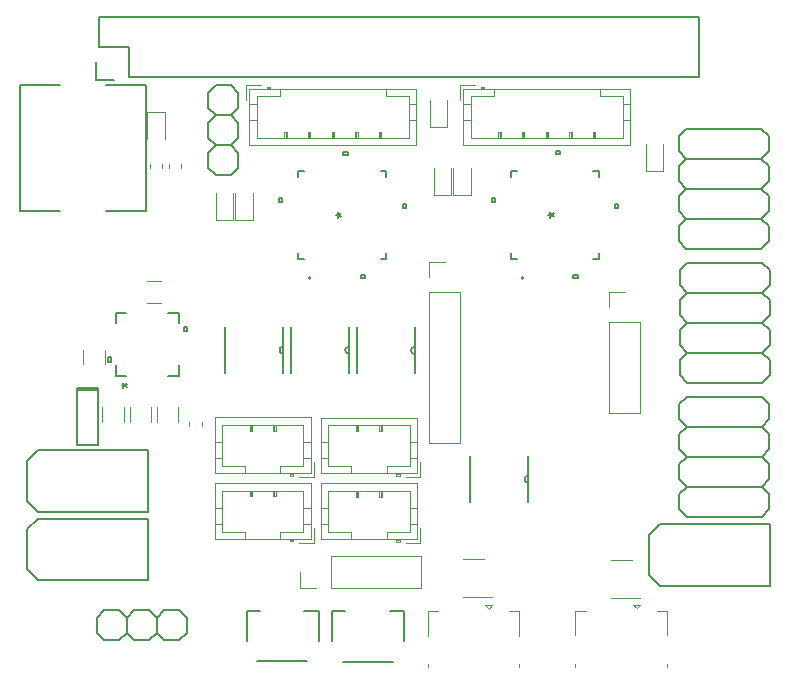
<source format=gbr>
G04 #@! TF.GenerationSoftware,KiCad,Pcbnew,5.1.6-c6e7f7d~87~ubuntu19.10.1*
G04 #@! TF.CreationDate,2021-03-31T16:12:46-04:00*
G04 #@! TF.ProjectId,helios,68656c69-6f73-42e6-9b69-6361645f7063,v1.0*
G04 #@! TF.SameCoordinates,Original*
G04 #@! TF.FileFunction,Legend,Top*
G04 #@! TF.FilePolarity,Positive*
%FSLAX46Y46*%
G04 Gerber Fmt 4.6, Leading zero omitted, Abs format (unit mm)*
G04 Created by KiCad (PCBNEW 5.1.6-c6e7f7d~87~ubuntu19.10.1) date 2021-03-31 16:12:46*
%MOMM*%
%LPD*%
G01*
G04 APERTURE LIST*
%ADD10C,0.120000*%
%ADD11C,0.127000*%
%ADD12C,0.152400*%
%ADD13C,0.150000*%
%ADD14C,0.203200*%
G04 APERTURE END LIST*
D10*
G04 #@! TO.C,U10*
X165580000Y-99340000D02*
X165580000Y-98010000D01*
X165580000Y-100610000D02*
X165580000Y-108290000D01*
X165580000Y-98010000D02*
X166910000Y-98010000D01*
X165580000Y-108290000D02*
X168240000Y-108290000D01*
X168240000Y-100610000D02*
X168240000Y-108290000D01*
X165580000Y-100610000D02*
X168240000Y-100610000D01*
X153000000Y-98070000D02*
X153000000Y-110830000D01*
X150340000Y-96800000D02*
X150340000Y-95470000D01*
X150340000Y-110830000D02*
X153000000Y-110830000D01*
X150340000Y-98070000D02*
X150340000Y-110830000D01*
X150340000Y-95470000D02*
X151670000Y-95470000D01*
X150340000Y-98070000D02*
X153000000Y-98070000D01*
D11*
G04 #@! TO.C,D7*
X122350000Y-106350000D02*
X120550000Y-106350000D01*
X120550000Y-106150000D02*
X122350000Y-106150000D01*
X120550000Y-106350000D02*
X120550000Y-106150000D01*
X120550000Y-110950000D02*
X120550000Y-106350000D01*
X122350000Y-110950000D02*
X120550000Y-110950000D01*
X122350000Y-106350000D02*
X122350000Y-110950000D01*
X122350000Y-106150000D02*
X122350000Y-106350000D01*
D12*
G04 #@! TO.C,U3*
X149134400Y-102669200D02*
X149134400Y-101018200D01*
X149134400Y-103278800D02*
X149134400Y-102669200D01*
X149134400Y-104929800D02*
X149134400Y-103278800D01*
X144257600Y-101018200D02*
X144257600Y-104929800D01*
X149134400Y-102669200D02*
G75*
G03*
X149134400Y-103278800I0J-304800D01*
G01*
G04 #@! TO.C,U5*
X158738400Y-113585200D02*
X158738400Y-111934200D01*
X158738400Y-114194800D02*
X158738400Y-113585200D01*
X158738400Y-115845800D02*
X158738400Y-114194800D01*
X153861600Y-111934200D02*
X153861600Y-115845800D01*
X158738400Y-113585200D02*
G75*
G03*
X158738400Y-114194800I0J-304800D01*
G01*
G04 #@! TO.C,U2*
X133117600Y-101008200D02*
X133117600Y-104919800D01*
X137994400Y-104919800D02*
X137994400Y-103268800D01*
X137994400Y-103268800D02*
X137994400Y-102659200D01*
X137994400Y-102659200D02*
X137994400Y-101008200D01*
X137994400Y-102659200D02*
G75*
G03*
X137994400Y-103268800I0J-304800D01*
G01*
G04 #@! TO.C,U4*
X138677600Y-101008200D02*
X138677600Y-104919800D01*
X143554400Y-104919800D02*
X143554400Y-103268800D01*
X143554400Y-103268800D02*
X143554400Y-102659200D01*
X143554400Y-102659200D02*
X143554400Y-101008200D01*
X143554400Y-102659200D02*
G75*
G03*
X143554400Y-103268800I0J-304800D01*
G01*
D11*
G04 #@! TO.C,1111*
X116350000Y-112350000D02*
X116350000Y-115750000D01*
X117250000Y-116650000D02*
X116350000Y-115750000D01*
X117250000Y-111450000D02*
X116350000Y-112350000D01*
X126550000Y-116650000D02*
X117250000Y-116650000D01*
X126550000Y-111450000D02*
X126550000Y-116650000D01*
X117250000Y-111450000D02*
X126550000Y-111450000D01*
D10*
G04 #@! TO.C,C25*
X127750000Y-87169721D02*
X127750000Y-87495279D01*
X126730000Y-87169721D02*
X126730000Y-87495279D01*
G04 #@! TO.C,C26*
X128340000Y-87167221D02*
X128340000Y-87492779D01*
X129360000Y-87167221D02*
X129360000Y-87492779D01*
G04 #@! TO.C,D1*
X133945000Y-89630000D02*
X133945000Y-91915000D01*
X133945000Y-91915000D02*
X135415000Y-91915000D01*
X135415000Y-91915000D02*
X135415000Y-89630000D01*
G04 #@! TO.C,D2*
X132295000Y-89627500D02*
X132295000Y-91912500D01*
X132295000Y-91912500D02*
X133765000Y-91912500D01*
X133765000Y-91912500D02*
X133765000Y-89627500D01*
G04 #@! TO.C,D3*
X151890001Y-84079999D02*
X151890001Y-81794999D01*
X150420001Y-84079999D02*
X151890001Y-84079999D01*
X150420001Y-81794999D02*
X150420001Y-84079999D01*
G04 #@! TO.C,D4*
X153865000Y-89835000D02*
X153865000Y-87550000D01*
X152395000Y-89835000D02*
X153865000Y-89835000D01*
X152395000Y-87550000D02*
X152395000Y-89835000D01*
G04 #@! TO.C,D5*
X152225000Y-89822500D02*
X152225000Y-87537500D01*
X150755000Y-89822500D02*
X152225000Y-89822500D01*
X150755000Y-87537500D02*
X150755000Y-89822500D01*
G04 #@! TO.C,D6*
X168700001Y-85514999D02*
X168700001Y-87799999D01*
X168700001Y-87799999D02*
X170170001Y-87799999D01*
X170170001Y-87799999D02*
X170170001Y-85514999D01*
G04 #@! TO.C,D8*
X127985000Y-85060000D02*
X127985000Y-82775000D01*
X127985000Y-82775000D02*
X126515000Y-82775000D01*
X126515000Y-82775000D02*
X126515000Y-85060000D01*
G04 #@! TO.C,F1*
X130070000Y-109362779D02*
X130070000Y-109037221D01*
X131090000Y-109362779D02*
X131090000Y-109037221D01*
G04 #@! TO.C,J5*
X135150000Y-80840000D02*
X135150000Y-85560000D01*
X135150000Y-85560000D02*
X149270000Y-85560000D01*
X149270000Y-85560000D02*
X149270000Y-80840000D01*
X149270000Y-80840000D02*
X135150000Y-80840000D01*
X136910000Y-80840000D02*
X136910000Y-80640000D01*
X136910000Y-80640000D02*
X136610000Y-80640000D01*
X136610000Y-80640000D02*
X136610000Y-80840000D01*
X136910000Y-80740000D02*
X136610000Y-80740000D01*
X137710000Y-80840000D02*
X137710000Y-81450000D01*
X137710000Y-81450000D02*
X135760000Y-81450000D01*
X135760000Y-81450000D02*
X135760000Y-84950000D01*
X135760000Y-84950000D02*
X148660000Y-84950000D01*
X148660000Y-84950000D02*
X148660000Y-81450000D01*
X148660000Y-81450000D02*
X146710000Y-81450000D01*
X146710000Y-81450000D02*
X146710000Y-80840000D01*
X135150000Y-82150000D02*
X135760000Y-82150000D01*
X135150000Y-83450000D02*
X135760000Y-83450000D01*
X149270000Y-82150000D02*
X148660000Y-82150000D01*
X149270000Y-83450000D02*
X148660000Y-83450000D01*
X138110000Y-84950000D02*
X138110000Y-84450000D01*
X138110000Y-84450000D02*
X138310000Y-84450000D01*
X138310000Y-84450000D02*
X138310000Y-84950000D01*
X138210000Y-84950000D02*
X138210000Y-84450000D01*
X140110000Y-84950000D02*
X140110000Y-84450000D01*
X140110000Y-84450000D02*
X140310000Y-84450000D01*
X140310000Y-84450000D02*
X140310000Y-84950000D01*
X140210000Y-84950000D02*
X140210000Y-84450000D01*
X142110000Y-84950000D02*
X142110000Y-84450000D01*
X142110000Y-84450000D02*
X142310000Y-84450000D01*
X142310000Y-84450000D02*
X142310000Y-84950000D01*
X142210000Y-84950000D02*
X142210000Y-84450000D01*
X144110000Y-84950000D02*
X144110000Y-84450000D01*
X144110000Y-84450000D02*
X144310000Y-84450000D01*
X144310000Y-84450000D02*
X144310000Y-84950000D01*
X144210000Y-84950000D02*
X144210000Y-84450000D01*
X146110000Y-84950000D02*
X146110000Y-84450000D01*
X146110000Y-84450000D02*
X146310000Y-84450000D01*
X146310000Y-84450000D02*
X146310000Y-84950000D01*
X146210000Y-84950000D02*
X146210000Y-84450000D01*
X136100000Y-80540000D02*
X134850000Y-80540000D01*
X134850000Y-80540000D02*
X134850000Y-81790000D01*
G04 #@! TO.C,J6*
X152970000Y-80540000D02*
X152970000Y-81790000D01*
X154220000Y-80540000D02*
X152970000Y-80540000D01*
X164330000Y-84950000D02*
X164330000Y-84450000D01*
X164430000Y-84450000D02*
X164430000Y-84950000D01*
X164230000Y-84450000D02*
X164430000Y-84450000D01*
X164230000Y-84950000D02*
X164230000Y-84450000D01*
X162330000Y-84950000D02*
X162330000Y-84450000D01*
X162430000Y-84450000D02*
X162430000Y-84950000D01*
X162230000Y-84450000D02*
X162430000Y-84450000D01*
X162230000Y-84950000D02*
X162230000Y-84450000D01*
X160330000Y-84950000D02*
X160330000Y-84450000D01*
X160430000Y-84450000D02*
X160430000Y-84950000D01*
X160230000Y-84450000D02*
X160430000Y-84450000D01*
X160230000Y-84950000D02*
X160230000Y-84450000D01*
X158330000Y-84950000D02*
X158330000Y-84450000D01*
X158430000Y-84450000D02*
X158430000Y-84950000D01*
X158230000Y-84450000D02*
X158430000Y-84450000D01*
X158230000Y-84950000D02*
X158230000Y-84450000D01*
X156330000Y-84950000D02*
X156330000Y-84450000D01*
X156430000Y-84450000D02*
X156430000Y-84950000D01*
X156230000Y-84450000D02*
X156430000Y-84450000D01*
X156230000Y-84950000D02*
X156230000Y-84450000D01*
X167390000Y-83450000D02*
X166780000Y-83450000D01*
X167390000Y-82150000D02*
X166780000Y-82150000D01*
X153270000Y-83450000D02*
X153880000Y-83450000D01*
X153270000Y-82150000D02*
X153880000Y-82150000D01*
X164830000Y-81450000D02*
X164830000Y-80840000D01*
X166780000Y-81450000D02*
X164830000Y-81450000D01*
X166780000Y-84950000D02*
X166780000Y-81450000D01*
X153880000Y-84950000D02*
X166780000Y-84950000D01*
X153880000Y-81450000D02*
X153880000Y-84950000D01*
X155830000Y-81450000D02*
X153880000Y-81450000D01*
X155830000Y-80840000D02*
X155830000Y-81450000D01*
X155030000Y-80740000D02*
X154730000Y-80740000D01*
X154730000Y-80640000D02*
X154730000Y-80840000D01*
X155030000Y-80640000D02*
X154730000Y-80640000D01*
X155030000Y-80840000D02*
X155030000Y-80640000D01*
X167390000Y-80840000D02*
X153270000Y-80840000D01*
X167390000Y-85560000D02*
X167390000Y-80840000D01*
X153270000Y-85560000D02*
X167390000Y-85560000D01*
X153270000Y-80840000D02*
X153270000Y-85560000D01*
G04 #@! TO.C,J7*
X150250000Y-129530000D02*
X150250000Y-129780000D01*
X157990000Y-129530000D02*
X157990000Y-129780000D01*
X157120000Y-125060000D02*
X157990000Y-125060000D01*
X150250000Y-125060000D02*
X150250000Y-127130000D01*
X157990000Y-125060000D02*
X157990000Y-127130000D01*
X150250000Y-125060000D02*
X151120000Y-125060000D01*
X155420000Y-124830000D02*
X155120000Y-124530000D01*
X155420000Y-124830000D02*
X155720000Y-124530000D01*
X155120000Y-124530000D02*
X155720000Y-124530000D01*
G04 #@! TO.C,J8*
X167620000Y-124510000D02*
X168220000Y-124510000D01*
X167920000Y-124810000D02*
X168220000Y-124510000D01*
X167920000Y-124810000D02*
X167620000Y-124510000D01*
X162750000Y-125040000D02*
X163620000Y-125040000D01*
X170490000Y-125040000D02*
X170490000Y-127110000D01*
X162750000Y-125040000D02*
X162750000Y-127110000D01*
X169620000Y-125040000D02*
X170490000Y-125040000D01*
X170490000Y-129510000D02*
X170490000Y-129760000D01*
X162750000Y-129510000D02*
X162750000Y-129760000D01*
D13*
G04 #@! TO.C,J19*
X173240000Y-74730000D02*
X122440000Y-74730000D01*
X124980000Y-79810000D02*
X173240000Y-79810000D01*
X173240000Y-74730000D02*
X173240000Y-79810000D01*
X122440000Y-74730000D02*
X122440000Y-77270000D01*
X122160000Y-78540000D02*
X122160000Y-80090000D01*
X122440000Y-77270000D02*
X124980000Y-77270000D01*
X124980000Y-77270000D02*
X124980000Y-79810000D01*
X122160000Y-80090000D02*
X123710000Y-80090000D01*
D12*
G04 #@! TO.C,J25*
X134900000Y-127606000D02*
X134900000Y-125006000D01*
X134900000Y-125006000D02*
X136000000Y-125006000D01*
X139800000Y-125006000D02*
X141000000Y-125006000D01*
X141000000Y-125006000D02*
X141000000Y-127606000D01*
X135800000Y-129306000D02*
X140000000Y-129306000D01*
G04 #@! TO.C,J26*
X143060000Y-129316000D02*
X147260000Y-129316000D01*
X148260000Y-125016000D02*
X148260000Y-127616000D01*
X147060000Y-125016000D02*
X148260000Y-125016000D01*
X142160000Y-125016000D02*
X143260000Y-125016000D01*
X142160000Y-127616000D02*
X142160000Y-125016000D01*
D14*
G04 #@! TO.C,JP1*
X171520000Y-107535000D02*
X171520000Y-108805000D01*
X171520000Y-110075000D02*
X171520000Y-111345000D01*
X171520000Y-112615000D02*
X171520000Y-113885000D01*
X171520000Y-115155000D02*
X171520000Y-116425000D01*
X178505000Y-117060000D02*
X172155000Y-117060000D01*
X178505000Y-114520000D02*
X172155000Y-114520000D01*
X178505000Y-111980000D02*
X172155000Y-111980000D01*
X178505000Y-109440000D02*
X172155000Y-109440000D01*
X179140000Y-116425000D02*
X178505000Y-117060000D01*
X179140000Y-115155000D02*
X179140000Y-116425000D01*
X178505000Y-114520000D02*
X179140000Y-115155000D01*
X179140000Y-113885000D02*
X178505000Y-114520000D01*
X179140000Y-112615000D02*
X179140000Y-113885000D01*
X178505000Y-111980000D02*
X179140000Y-112615000D01*
X179140000Y-111345000D02*
X178505000Y-111980000D01*
X179140000Y-110075000D02*
X179140000Y-111345000D01*
X178505000Y-109440000D02*
X179140000Y-110075000D01*
X179140000Y-108805000D02*
X178505000Y-109440000D01*
X179140000Y-107535000D02*
X179140000Y-108805000D01*
X178505000Y-106900000D02*
X179140000Y-107535000D01*
X172155000Y-106900000D02*
X178505000Y-106900000D01*
X171520000Y-116425000D02*
X172155000Y-117060000D01*
X172155000Y-114520000D02*
X171520000Y-115155000D01*
X171520000Y-113885000D02*
X172155000Y-114520000D01*
X172155000Y-111980000D02*
X171520000Y-112615000D01*
X171520000Y-111345000D02*
X172155000Y-111980000D01*
X172155000Y-109440000D02*
X171520000Y-110075000D01*
X171520000Y-108805000D02*
X172155000Y-109440000D01*
X172155000Y-106900000D02*
X171520000Y-107535000D01*
G04 #@! TO.C,JP2*
X172135000Y-84210000D02*
X171500000Y-84845000D01*
X171500000Y-86115000D02*
X172135000Y-86750000D01*
X172135000Y-86750000D02*
X171500000Y-87385000D01*
X171500000Y-88655000D02*
X172135000Y-89290000D01*
X172135000Y-89290000D02*
X171500000Y-89925000D01*
X171500000Y-91195000D02*
X172135000Y-91830000D01*
X172135000Y-91830000D02*
X171500000Y-92465000D01*
X171500000Y-93735000D02*
X172135000Y-94370000D01*
X172135000Y-84210000D02*
X178485000Y-84210000D01*
X178485000Y-84210000D02*
X179120000Y-84845000D01*
X179120000Y-84845000D02*
X179120000Y-86115000D01*
X179120000Y-86115000D02*
X178485000Y-86750000D01*
X178485000Y-86750000D02*
X179120000Y-87385000D01*
X179120000Y-87385000D02*
X179120000Y-88655000D01*
X179120000Y-88655000D02*
X178485000Y-89290000D01*
X178485000Y-89290000D02*
X179120000Y-89925000D01*
X179120000Y-89925000D02*
X179120000Y-91195000D01*
X179120000Y-91195000D02*
X178485000Y-91830000D01*
X178485000Y-91830000D02*
X179120000Y-92465000D01*
X179120000Y-92465000D02*
X179120000Y-93735000D01*
X179120000Y-93735000D02*
X178485000Y-94370000D01*
X178485000Y-86750000D02*
X172135000Y-86750000D01*
X178485000Y-89290000D02*
X172135000Y-89290000D01*
X178485000Y-91830000D02*
X172135000Y-91830000D01*
X178485000Y-94370000D02*
X172135000Y-94370000D01*
X171500000Y-92465000D02*
X171500000Y-93735000D01*
X171500000Y-89925000D02*
X171500000Y-91195000D01*
X171500000Y-87385000D02*
X171500000Y-88655000D01*
X171500000Y-84845000D02*
X171500000Y-86115000D01*
G04 #@! TO.C,JP3*
X172205000Y-95560000D02*
X171570000Y-96195000D01*
X171570000Y-97465000D02*
X172205000Y-98100000D01*
X172205000Y-98100000D02*
X171570000Y-98735000D01*
X171570000Y-100005000D02*
X172205000Y-100640000D01*
X172205000Y-100640000D02*
X171570000Y-101275000D01*
X171570000Y-102545000D02*
X172205000Y-103180000D01*
X172205000Y-103180000D02*
X171570000Y-103815000D01*
X171570000Y-105085000D02*
X172205000Y-105720000D01*
X172205000Y-95560000D02*
X178555000Y-95560000D01*
X178555000Y-95560000D02*
X179190000Y-96195000D01*
X179190000Y-96195000D02*
X179190000Y-97465000D01*
X179190000Y-97465000D02*
X178555000Y-98100000D01*
X178555000Y-98100000D02*
X179190000Y-98735000D01*
X179190000Y-98735000D02*
X179190000Y-100005000D01*
X179190000Y-100005000D02*
X178555000Y-100640000D01*
X178555000Y-100640000D02*
X179190000Y-101275000D01*
X179190000Y-101275000D02*
X179190000Y-102545000D01*
X179190000Y-102545000D02*
X178555000Y-103180000D01*
X178555000Y-103180000D02*
X179190000Y-103815000D01*
X179190000Y-103815000D02*
X179190000Y-105085000D01*
X179190000Y-105085000D02*
X178555000Y-105720000D01*
X178555000Y-98100000D02*
X172205000Y-98100000D01*
X178555000Y-100640000D02*
X172205000Y-100640000D01*
X178555000Y-103180000D02*
X172205000Y-103180000D01*
X178555000Y-105720000D02*
X172205000Y-105720000D01*
X171570000Y-103815000D02*
X171570000Y-105085000D01*
X171570000Y-101275000D02*
X171570000Y-102545000D01*
X171570000Y-98735000D02*
X171570000Y-100005000D01*
X171570000Y-96195000D02*
X171570000Y-97465000D01*
D12*
G04 #@! TO.C,L1*
X119099600Y-80526000D02*
X115696000Y-80526000D01*
X122960400Y-91194000D02*
X126364000Y-91194000D01*
X115696000Y-91194000D02*
X119099600Y-91194000D01*
X115696000Y-80526000D02*
X115696000Y-91194000D01*
X126364000Y-80526000D02*
X122960400Y-80526000D01*
X126364000Y-91194000D02*
X126364000Y-80526000D01*
G04 #@! TO.C,U1*
X140336200Y-96850901D02*
G75*
G03*
X140336200Y-96850901I-76200J0D01*
G01*
X137909101Y-90059500D02*
X137909101Y-90440500D01*
X137655101Y-90059500D02*
X137909101Y-90059500D01*
X137655101Y-90440500D02*
X137655101Y-90059500D01*
X137909101Y-90440500D02*
X137655101Y-90440500D01*
X143069499Y-86399101D02*
X143069499Y-86145101D01*
X143450500Y-86399101D02*
X143069499Y-86399101D01*
X143450500Y-86145101D02*
X143450500Y-86399101D01*
X143069499Y-86145101D02*
X143450500Y-86145101D01*
X148110899Y-90559499D02*
X148110899Y-90940499D01*
X148364899Y-90559499D02*
X148110899Y-90559499D01*
X148364899Y-90940499D02*
X148364899Y-90559499D01*
X148110899Y-90940499D02*
X148364899Y-90940499D01*
X144569499Y-96600899D02*
X144569499Y-96854899D01*
X144950499Y-96600899D02*
X144569499Y-96600899D01*
X144950499Y-96854899D02*
X144950499Y-96600899D01*
X144569499Y-96854899D02*
X144950499Y-96854899D01*
X139288900Y-94735140D02*
X139288900Y-95221100D01*
X139774860Y-87778900D02*
X139288900Y-87778900D01*
X146731100Y-88264860D02*
X146731100Y-87778900D01*
X146245140Y-95221100D02*
X146731100Y-95221100D01*
X139288900Y-95221100D02*
X139774860Y-95221100D01*
X139288900Y-87778900D02*
X139288900Y-88264860D01*
X146731100Y-87778900D02*
X146245140Y-87778900D01*
X146731100Y-95221100D02*
X146731100Y-94735140D01*
G04 #@! TO.C,U6*
X164731100Y-95211100D02*
X164731100Y-94725140D01*
X164731100Y-87768900D02*
X164245140Y-87768900D01*
X157288900Y-87768900D02*
X157288900Y-88254860D01*
X157288900Y-95211100D02*
X157774860Y-95211100D01*
X164245140Y-95211100D02*
X164731100Y-95211100D01*
X164731100Y-88254860D02*
X164731100Y-87768900D01*
X157774860Y-87768900D02*
X157288900Y-87768900D01*
X157288900Y-94725140D02*
X157288900Y-95211100D01*
X162569499Y-96844899D02*
X162950499Y-96844899D01*
X162950499Y-96844899D02*
X162950499Y-96590899D01*
X162950499Y-96590899D02*
X162569499Y-96590899D01*
X162569499Y-96590899D02*
X162569499Y-96844899D01*
X166110899Y-90930499D02*
X166364899Y-90930499D01*
X166364899Y-90930499D02*
X166364899Y-90549499D01*
X166364899Y-90549499D02*
X166110899Y-90549499D01*
X166110899Y-90549499D02*
X166110899Y-90930499D01*
X161069499Y-86135101D02*
X161450500Y-86135101D01*
X161450500Y-86135101D02*
X161450500Y-86389101D01*
X161450500Y-86389101D02*
X161069499Y-86389101D01*
X161069499Y-86389101D02*
X161069499Y-86135101D01*
X155909101Y-90430500D02*
X155655101Y-90430500D01*
X155655101Y-90430500D02*
X155655101Y-90049500D01*
X155655101Y-90049500D02*
X155909101Y-90049500D01*
X155909101Y-90049500D02*
X155909101Y-90430500D01*
X158336200Y-96840901D02*
G75*
G03*
X158336200Y-96840901I-76200J0D01*
G01*
D10*
G04 #@! TO.C,U7*
X153230000Y-123840000D02*
X155680000Y-123840000D01*
X155030000Y-120620000D02*
X153230000Y-120620000D01*
G04 #@! TO.C,U8*
X167530000Y-120690000D02*
X165730000Y-120690000D01*
X165730000Y-123910000D02*
X168180000Y-123910000D01*
D11*
G04 #@! TO.C,U9*
X117220000Y-117220000D02*
X126520000Y-117220000D01*
X126520000Y-117220000D02*
X126520000Y-122420000D01*
X126520000Y-122420000D02*
X117220000Y-122420000D01*
X117220000Y-117220000D02*
X116320000Y-118120000D01*
X117220000Y-122420000D02*
X116320000Y-121520000D01*
X116320000Y-118120000D02*
X116320000Y-121520000D01*
G04 #@! TO.C,U11*
X169880000Y-117700000D02*
X179180000Y-117700000D01*
X179180000Y-117700000D02*
X179180000Y-122900000D01*
X179180000Y-122900000D02*
X169880000Y-122900000D01*
X169880000Y-117700000D02*
X168980000Y-118600000D01*
X169880000Y-122900000D02*
X168980000Y-122000000D01*
X168980000Y-118600000D02*
X168980000Y-122000000D01*
D12*
G04 #@! TO.C,U12*
X129179700Y-105129700D02*
X129179700Y-104235140D01*
X129179700Y-99770300D02*
X128285140Y-99770300D01*
X123820300Y-99770300D02*
X123820300Y-100664860D01*
X123820300Y-105129700D02*
X124714860Y-105129700D01*
X128285140Y-105129700D02*
X129179700Y-105129700D01*
X129179700Y-100664860D02*
X129179700Y-99770300D01*
X124714860Y-99770300D02*
X123820300Y-99770300D01*
X123820300Y-104235140D02*
X123820300Y-105129700D01*
X129611500Y-101340500D02*
X129865500Y-101340500D01*
X129865500Y-101340500D02*
X129865500Y-100959500D01*
X129865500Y-100959500D02*
X129611500Y-100959500D01*
X129611500Y-100959500D02*
X129611500Y-101340500D01*
X123388500Y-103940500D02*
X123134500Y-103940500D01*
X123134500Y-103940500D02*
X123134500Y-103559500D01*
X123134500Y-103559500D02*
X123388500Y-103559500D01*
X123388500Y-103559500D02*
X123388500Y-103940500D01*
D10*
G04 #@! TO.C,J1*
X140326000Y-113368000D02*
X140326000Y-108648000D01*
X140326000Y-108648000D02*
X132206000Y-108648000D01*
X132206000Y-108648000D02*
X132206000Y-113368000D01*
X132206000Y-113368000D02*
X140326000Y-113368000D01*
X138566000Y-113368000D02*
X138566000Y-113568000D01*
X138566000Y-113568000D02*
X138866000Y-113568000D01*
X138866000Y-113568000D02*
X138866000Y-113368000D01*
X138566000Y-113468000D02*
X138866000Y-113468000D01*
X137766000Y-113368000D02*
X137766000Y-112758000D01*
X137766000Y-112758000D02*
X139716000Y-112758000D01*
X139716000Y-112758000D02*
X139716000Y-109258000D01*
X139716000Y-109258000D02*
X132816000Y-109258000D01*
X132816000Y-109258000D02*
X132816000Y-112758000D01*
X132816000Y-112758000D02*
X134766000Y-112758000D01*
X134766000Y-112758000D02*
X134766000Y-113368000D01*
X140326000Y-112058000D02*
X139716000Y-112058000D01*
X140326000Y-110758000D02*
X139716000Y-110758000D01*
X132206000Y-112058000D02*
X132816000Y-112058000D01*
X132206000Y-110758000D02*
X132816000Y-110758000D01*
X137366000Y-109258000D02*
X137366000Y-109758000D01*
X137366000Y-109758000D02*
X137166000Y-109758000D01*
X137166000Y-109758000D02*
X137166000Y-109258000D01*
X137266000Y-109258000D02*
X137266000Y-109758000D01*
X135366000Y-109258000D02*
X135366000Y-109758000D01*
X135366000Y-109758000D02*
X135166000Y-109758000D01*
X135166000Y-109758000D02*
X135166000Y-109258000D01*
X135266000Y-109258000D02*
X135266000Y-109758000D01*
X139376000Y-113668000D02*
X140626000Y-113668000D01*
X140626000Y-113668000D02*
X140626000Y-112418000D01*
G04 #@! TO.C,J2*
X149616000Y-113678000D02*
X149616000Y-112428000D01*
X148366000Y-113678000D02*
X149616000Y-113678000D01*
X144256000Y-109268000D02*
X144256000Y-109768000D01*
X144156000Y-109768000D02*
X144156000Y-109268000D01*
X144356000Y-109768000D02*
X144156000Y-109768000D01*
X144356000Y-109268000D02*
X144356000Y-109768000D01*
X146256000Y-109268000D02*
X146256000Y-109768000D01*
X146156000Y-109768000D02*
X146156000Y-109268000D01*
X146356000Y-109768000D02*
X146156000Y-109768000D01*
X146356000Y-109268000D02*
X146356000Y-109768000D01*
X141196000Y-110768000D02*
X141806000Y-110768000D01*
X141196000Y-112068000D02*
X141806000Y-112068000D01*
X149316000Y-110768000D02*
X148706000Y-110768000D01*
X149316000Y-112068000D02*
X148706000Y-112068000D01*
X143756000Y-112768000D02*
X143756000Y-113378000D01*
X141806000Y-112768000D02*
X143756000Y-112768000D01*
X141806000Y-109268000D02*
X141806000Y-112768000D01*
X148706000Y-109268000D02*
X141806000Y-109268000D01*
X148706000Y-112768000D02*
X148706000Y-109268000D01*
X146756000Y-112768000D02*
X148706000Y-112768000D01*
X146756000Y-113378000D02*
X146756000Y-112768000D01*
X147556000Y-113478000D02*
X147856000Y-113478000D01*
X147856000Y-113578000D02*
X147856000Y-113378000D01*
X147556000Y-113578000D02*
X147856000Y-113578000D01*
X147556000Y-113378000D02*
X147556000Y-113578000D01*
X141196000Y-113378000D02*
X149316000Y-113378000D01*
X141196000Y-108658000D02*
X141196000Y-113378000D01*
X149316000Y-108658000D02*
X141196000Y-108658000D01*
X149316000Y-113378000D02*
X149316000Y-108658000D01*
G04 #@! TO.C,J3*
X140326000Y-118948000D02*
X140326000Y-114228000D01*
X140326000Y-114228000D02*
X132206000Y-114228000D01*
X132206000Y-114228000D02*
X132206000Y-118948000D01*
X132206000Y-118948000D02*
X140326000Y-118948000D01*
X138566000Y-118948000D02*
X138566000Y-119148000D01*
X138566000Y-119148000D02*
X138866000Y-119148000D01*
X138866000Y-119148000D02*
X138866000Y-118948000D01*
X138566000Y-119048000D02*
X138866000Y-119048000D01*
X137766000Y-118948000D02*
X137766000Y-118338000D01*
X137766000Y-118338000D02*
X139716000Y-118338000D01*
X139716000Y-118338000D02*
X139716000Y-114838000D01*
X139716000Y-114838000D02*
X132816000Y-114838000D01*
X132816000Y-114838000D02*
X132816000Y-118338000D01*
X132816000Y-118338000D02*
X134766000Y-118338000D01*
X134766000Y-118338000D02*
X134766000Y-118948000D01*
X140326000Y-117638000D02*
X139716000Y-117638000D01*
X140326000Y-116338000D02*
X139716000Y-116338000D01*
X132206000Y-117638000D02*
X132816000Y-117638000D01*
X132206000Y-116338000D02*
X132816000Y-116338000D01*
X137366000Y-114838000D02*
X137366000Y-115338000D01*
X137366000Y-115338000D02*
X137166000Y-115338000D01*
X137166000Y-115338000D02*
X137166000Y-114838000D01*
X137266000Y-114838000D02*
X137266000Y-115338000D01*
X135366000Y-114838000D02*
X135366000Y-115338000D01*
X135366000Y-115338000D02*
X135166000Y-115338000D01*
X135166000Y-115338000D02*
X135166000Y-114838000D01*
X135266000Y-114838000D02*
X135266000Y-115338000D01*
X139376000Y-119248000D02*
X140626000Y-119248000D01*
X140626000Y-119248000D02*
X140626000Y-117998000D01*
G04 #@! TO.C,J4*
X149616000Y-119258000D02*
X149616000Y-118008000D01*
X148366000Y-119258000D02*
X149616000Y-119258000D01*
X144256000Y-114848000D02*
X144256000Y-115348000D01*
X144156000Y-115348000D02*
X144156000Y-114848000D01*
X144356000Y-115348000D02*
X144156000Y-115348000D01*
X144356000Y-114848000D02*
X144356000Y-115348000D01*
X146256000Y-114848000D02*
X146256000Y-115348000D01*
X146156000Y-115348000D02*
X146156000Y-114848000D01*
X146356000Y-115348000D02*
X146156000Y-115348000D01*
X146356000Y-114848000D02*
X146356000Y-115348000D01*
X141196000Y-116348000D02*
X141806000Y-116348000D01*
X141196000Y-117648000D02*
X141806000Y-117648000D01*
X149316000Y-116348000D02*
X148706000Y-116348000D01*
X149316000Y-117648000D02*
X148706000Y-117648000D01*
X143756000Y-118348000D02*
X143756000Y-118958000D01*
X141806000Y-118348000D02*
X143756000Y-118348000D01*
X141806000Y-114848000D02*
X141806000Y-118348000D01*
X148706000Y-114848000D02*
X141806000Y-114848000D01*
X148706000Y-118348000D02*
X148706000Y-114848000D01*
X146756000Y-118348000D02*
X148706000Y-118348000D01*
X146756000Y-118958000D02*
X146756000Y-118348000D01*
X147556000Y-119058000D02*
X147856000Y-119058000D01*
X147856000Y-119158000D02*
X147856000Y-118958000D01*
X147556000Y-119158000D02*
X147856000Y-119158000D01*
X147556000Y-118958000D02*
X147556000Y-119158000D01*
X141196000Y-118958000D02*
X149316000Y-118958000D01*
X141196000Y-114238000D02*
X141196000Y-118958000D01*
X149316000Y-114238000D02*
X141196000Y-114238000D01*
X149316000Y-118958000D02*
X149316000Y-114238000D01*
G04 #@! TO.C,C19*
X127320000Y-107797936D02*
X127320000Y-109002064D01*
X129140000Y-107797936D02*
X129140000Y-109002064D01*
G04 #@! TO.C,C20*
X124510000Y-107797936D02*
X124510000Y-109002064D01*
X122690000Y-107797936D02*
X122690000Y-109002064D01*
G04 #@! TO.C,C21*
X125010000Y-107797936D02*
X125010000Y-109002064D01*
X126830000Y-107797936D02*
X126830000Y-109002064D01*
G04 #@! TO.C,C22*
X122910000Y-102927936D02*
X122910000Y-104132064D01*
X121090000Y-102927936D02*
X121090000Y-104132064D01*
G04 #@! TO.C,C24*
X127652064Y-98960000D02*
X126447936Y-98960000D01*
X127652064Y-97140000D02*
X126447936Y-97140000D01*
G04 #@! TO.C,J22*
X149700000Y-123050000D02*
X149700000Y-120390000D01*
X142020000Y-123050000D02*
X149700000Y-123050000D01*
X142020000Y-120390000D02*
X149700000Y-120390000D01*
X142020000Y-123050000D02*
X142020000Y-120390000D01*
X140750000Y-123050000D02*
X139420000Y-123050000D01*
X139420000Y-123050000D02*
X139420000Y-121720000D01*
D12*
G04 #@! TO.C,J9*
X122875000Y-124970000D02*
X124145000Y-124970000D01*
X124145000Y-124970000D02*
X124780000Y-125605000D01*
X124780000Y-125605000D02*
X124780000Y-126875000D01*
X124780000Y-126875000D02*
X124145000Y-127510000D01*
X124780000Y-125605000D02*
X125415000Y-124970000D01*
X125415000Y-124970000D02*
X126685000Y-124970000D01*
X126685000Y-124970000D02*
X127320000Y-125605000D01*
X127320000Y-125605000D02*
X127320000Y-126875000D01*
X127320000Y-126875000D02*
X126685000Y-127510000D01*
X126685000Y-127510000D02*
X125415000Y-127510000D01*
X125415000Y-127510000D02*
X124780000Y-126875000D01*
X122240000Y-125605000D02*
X122240000Y-126875000D01*
X122875000Y-124970000D02*
X122240000Y-125605000D01*
X122240000Y-126875000D02*
X122875000Y-127510000D01*
X124145000Y-127510000D02*
X122875000Y-127510000D01*
X127320000Y-125605000D02*
X127955000Y-124970000D01*
X127955000Y-124970000D02*
X129225000Y-124970000D01*
X129225000Y-124970000D02*
X129860000Y-125605000D01*
X129860000Y-125605000D02*
X129860000Y-126875000D01*
X129860000Y-126875000D02*
X129225000Y-127510000D01*
X129225000Y-127510000D02*
X127955000Y-127510000D01*
X127955000Y-127510000D02*
X127320000Y-126875000D01*
G04 #@! TO.C,J14*
X134180000Y-82425000D02*
X133545000Y-83060000D01*
X134180000Y-81155000D02*
X134180000Y-82425000D01*
X133545000Y-80520000D02*
X134180000Y-81155000D01*
X132275000Y-80520000D02*
X133545000Y-80520000D01*
X131640000Y-81155000D02*
X132275000Y-80520000D01*
X131640000Y-82425000D02*
X131640000Y-81155000D01*
X132275000Y-83060000D02*
X131640000Y-82425000D01*
X134180000Y-86235000D02*
X134180000Y-87505000D01*
X133545000Y-88140000D02*
X134180000Y-87505000D01*
X131640000Y-87505000D02*
X132275000Y-88140000D01*
X132275000Y-88140000D02*
X133545000Y-88140000D01*
X134180000Y-84965000D02*
X133545000Y-85600000D01*
X134180000Y-83695000D02*
X134180000Y-84965000D01*
X133545000Y-83060000D02*
X134180000Y-83695000D01*
X132275000Y-83060000D02*
X133545000Y-83060000D01*
X131640000Y-83695000D02*
X132275000Y-83060000D01*
X131640000Y-84965000D02*
X131640000Y-83695000D01*
X132275000Y-85600000D02*
X131640000Y-84965000D01*
X133545000Y-85600000D02*
X134180000Y-86235000D01*
X132275000Y-85600000D02*
X133545000Y-85600000D01*
X131640000Y-86235000D02*
X132275000Y-85600000D01*
X131640000Y-87505000D02*
X131640000Y-86235000D01*
G04 #@! TO.C,U1*
D13*
X142462380Y-91500000D02*
X142700476Y-91500000D01*
X142605238Y-91738095D02*
X142700476Y-91500000D01*
X142605238Y-91261904D01*
X142890952Y-91642857D02*
X142700476Y-91500000D01*
X142890952Y-91357142D01*
G04 #@! TO.C,U6*
X160462380Y-91490000D02*
X160700476Y-91490000D01*
X160605238Y-91728095D02*
X160700476Y-91490000D01*
X160605238Y-91251904D01*
X160890952Y-91632857D02*
X160700476Y-91490000D01*
X160890952Y-91347142D01*
G04 #@! TO.C,U12*
X124327380Y-105942500D02*
X124565476Y-105942500D01*
X124470238Y-106180595D02*
X124565476Y-105942500D01*
X124470238Y-105704404D01*
X124755952Y-106085357D02*
X124565476Y-105942500D01*
X124755952Y-105799642D01*
X124327380Y-105942500D02*
X124565476Y-105942500D01*
X124470238Y-106180595D02*
X124565476Y-105942500D01*
X124470238Y-105704404D01*
X124755952Y-106085357D02*
X124565476Y-105942500D01*
X124755952Y-105799642D01*
G04 #@! TD*
M02*

</source>
